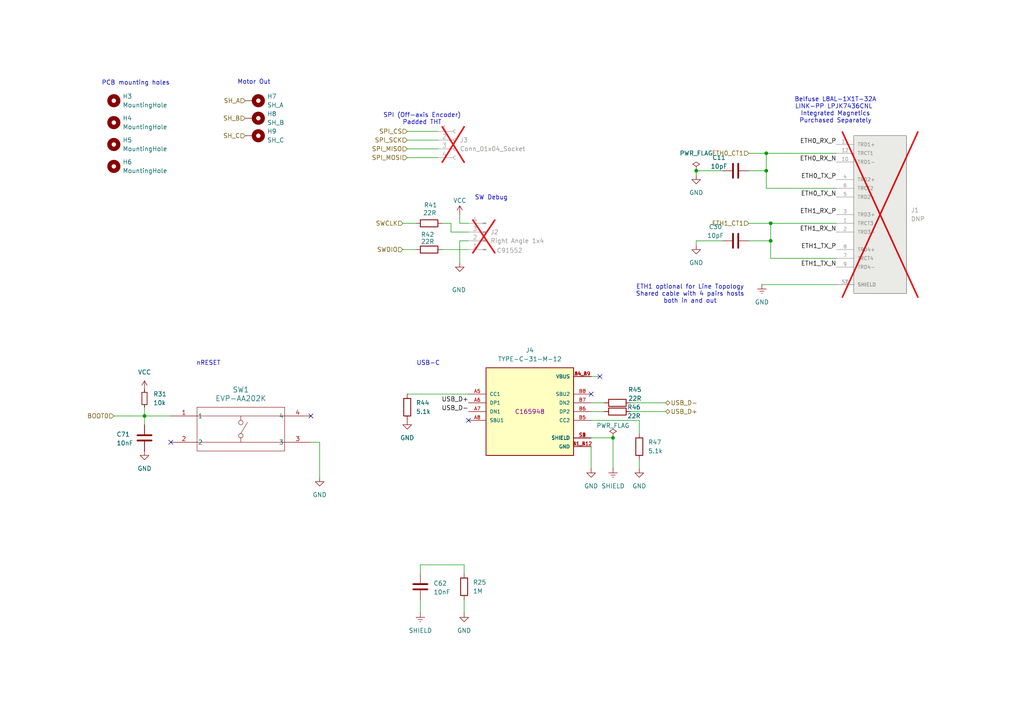
<source format=kicad_sch>
(kicad_sch (version 20231120) (generator "eeschema") (generator_version "8.0")
  (paper "A4")
  (lib_symbols
    (symbol "2024-07-26_04-43-59:EVP-AA202K" (pin_names (offset 0.254))
      (property "Reference" "SW" (at 20.32 7.62 0))
      (property "Value" "EVP-AA202K" (at 20.32 5.08 0))
      (symbol "EVP-AA202K_0_1"
        (polyline (pts (xy 7.62 -10.16) (xy 33.02 -10.16)) (stroke (width 0.127)))
        (polyline (pts (xy 7.62 0) (xy 33.02 0)) (stroke (width 0.127)))
        (polyline (pts (xy 7.62 2.54) (xy 7.62 -10.16)) (stroke (width 0.127)))
        (polyline (pts (xy 20.32 -7.62) (xy 20.32 -6.35)) (stroke (width 0.127)))
        (polyline (pts (xy 20.32 -5.08) (xy 22.225 -1.905)) (stroke (width 0.127)))
        (polyline (pts (xy 20.32 0) (xy 20.32 -1.27)) (stroke (width 0.127)))
        (polyline (pts (xy 33.02 -10.16) (xy 33.02 2.54)) (stroke (width 0.127)))
        (polyline (pts (xy 33.02 -7.62) (xy 7.62 -7.62)) (stroke (width 0.127)))
        (polyline (pts (xy 33.02 2.54) (xy 7.62 2.54)) (stroke (width 0.127)))
        (circle (center 20.32 -5.715) (radius 0.635) (stroke (width 0.127)))
        (circle (center 20.32 -1.905) (radius 0.635) (stroke (width 0.127)))
      )
      (symbol "EVP-AA202K_1_1"
        (pin passive line (at 0 0 0) (length 7.62) (name "1") (number "1"))
        (pin passive line (at 0 -7.62 0) (length 7.62) (name "2") (number "2"))
        (pin passive line (at 40.64 -7.62 180) (length 7.62) (name "3") (number "3"))
        (pin passive line (at 40.64 0 180) (length 7.62) (name "4") (number "4"))
      )
    )
    (symbol "Connector:Conn_01x04_Pin" (pin_names (offset 1.016) hide)
      (property "Reference" "J" (at 0 5.08 0))
      (property "Value" "Conn_01x04_Pin" (at 0 -7.62 0))
      (symbol "Conn_01x04_Pin_1_1"
        (polyline (pts (xy 1.27 -5.08) (xy 0.8636 -5.08)) (stroke (width 0.1524)))
        (polyline (pts (xy 1.27 -2.54) (xy 0.8636 -2.54)) (stroke (width 0.1524)))
        (polyline (pts (xy 1.27 0) (xy 0.8636 0)) (stroke (width 0.1524)))
        (polyline (pts (xy 1.27 2.54) (xy 0.8636 2.54)) (stroke (width 0.1524)))
        (rectangle (start 0.8636 -4.953) (end 0 -5.207) (stroke (width 0.1524)) (fill (type outline)))
        (rectangle (start 0.8636 -2.413) (end 0 -2.667) (stroke (width 0.1524)) (fill (type outline)))
        (rectangle (start 0.8636 0.127) (end 0 -0.127) (stroke (width 0.1524)) (fill (type outline)))
        (rectangle (start 0.8636 2.667) (end 0 2.413) (stroke (width 0.1524)) (fill (type outline)))
        (pin passive line (at 5.08 2.54 180) (length 3.81) (name "Pin_1") (number "1"))
        (pin passive line (at 5.08 0 180) (length 3.81) (name "Pin_2") (number "2"))
        (pin passive line (at 5.08 -2.54 180) (length 3.81) (name "Pin_3") (number "3"))
        (pin passive line (at 5.08 -5.08 180) (length 3.81) (name "Pin_4") (number "4"))
      )
    )
    (symbol "Connector:Conn_01x04_Socket" (pin_names (offset 1.016) hide)
      (property "Reference" "J" (at 0 5.08 0))
      (property "Value" "Conn_01x04_Socket" (at 0 -7.62 0))
      (symbol "Conn_01x04_Socket_1_1"
        (arc (start 0 -4.572) (mid -0.5058 -5.08) (end 0 -5.588) (stroke (width 0.1524)))
        (arc (start 0 -2.032) (mid -0.5058 -2.54) (end 0 -3.048) (stroke (width 0.1524)))
        (polyline (pts (xy -1.27 -5.08) (xy -0.508 -5.08)) (stroke (width 0.1524)))
        (polyline (pts (xy -1.27 -2.54) (xy -0.508 -2.54)) (stroke (width 0.1524)))
        (polyline (pts (xy -1.27 0) (xy -0.508 0)) (stroke (width 0.1524)))
        (polyline (pts (xy -1.27 2.54) (xy -0.508 2.54)) (stroke (width 0.1524)))
        (arc (start 0 0.508) (mid -0.5058 0) (end 0 -0.508) (stroke (width 0.1524)))
        (arc (start 0 3.048) (mid -0.5058 2.54) (end 0 2.032) (stroke (width 0.1524)))
        (pin passive line (at -5.08 2.54 0) (length 3.81) (name "Pin_1") (number "1"))
        (pin passive line (at -5.08 0 0) (length 3.81) (name "Pin_2") (number "2"))
        (pin passive line (at -5.08 -2.54 0) (length 3.81) (name "Pin_3") (number "3"))
        (pin passive line (at -5.08 -5.08 0) (length 3.81) (name "Pin_4") (number "4"))
      )
    )
    (symbol "Device:C" (pin_numbers hide) (pin_names (offset 0.254))
      (property "Reference" "C" (at 0.635 2.54 0))
      (property "Value" "C" (at 0.635 -2.54 0))
      (symbol "C_0_1"
        (polyline (pts (xy -2.032 -0.762) (xy 2.032 -0.762)) (stroke (width 0.508)))
        (polyline (pts (xy -2.032 0.762) (xy 2.032 0.762)) (stroke (width 0.508)))
      )
      (symbol "C_1_1"
        (pin passive line (at 0 3.81 270) (length 2.794) (name "~") (number "1"))
        (pin passive line (at 0 -3.81 90) (length 2.794) (name "~") (number "2"))
      )
    )
    (symbol "Device:R" (pin_numbers hide) (pin_names (offset 0))
      (property "Reference" "R" (at 2.032 0 90))
      (property "Value" "R" (at 0 0 90))
      (symbol "R_0_1"
        (rectangle (start -1.016 -2.54) (end 1.016 2.54) (stroke (width 0.254)))
      )
      (symbol "R_1_1"
        (pin passive line (at 0 3.81 270) (length 1.27) (name "~") (number "1"))
        (pin passive line (at 0 -3.81 90) (length 1.27) (name "~") (number "2"))
      )
    )
    (symbol "Device:R_Small" (pin_numbers hide) (pin_names (offset 0.254) hide)
      (property "Reference" "R" (at 0.762 0.508 0))
      (property "Value" "R_Small" (at 0.762 -1.016 0))
      (symbol "R_Small_0_1"
        (rectangle (start -0.762 1.778) (end 0.762 -1.778) (stroke (width 0.2032)))
      )
      (symbol "R_Small_1_1"
        (pin passive line (at 0 2.54 270) (length 0.762) (name "~") (number "1"))
        (pin passive line (at 0 -2.54 90) (length 0.762) (name "~") (number "2"))
      )
    )
    (symbol "L8AL-1X1T-32A:L8AL-1X1T-32A" (pin_names (offset 1.016))
      (property "Reference" "J" (at -7.62 24.13 0))
      (property "Value" "L8AL-1X1T-32A" (at -7.62 -24.13 0))
      (symbol "L8AL-1X1T-32A_0_0"
        (rectangle (start -7.62 -22.86) (end 7.62 22.86) (stroke (width 0.254)) (fill (type background)))
        (pin passive line (at -12.7 -2.54 0) (length 5.08) (name "TRCT3") (number "1"))
        (pin passive line (at -12.7 15.24 0) (length 5.08) (name "TRD1-") (number "10"))
        (pin passive line (at -12.7 20.32 0) (length 5.08) (name "TRD1+") (number "11"))
        (pin passive line (at -12.7 17.78 0) (length 5.08) (name "TRCT1") (number "12"))
        (pin passive line (at -12.7 -5.08 0) (length 5.08) (name "TRD3-") (number "2"))
        (pin passive line (at -12.7 0 0) (length 5.08) (name "TRD3+") (number "3"))
        (pin passive line (at -12.7 10.16 0) (length 5.08) (name "TRD2+") (number "4"))
        (pin passive line (at -12.7 5.08 0) (length 5.08) (name "TRD2-") (number "5"))
        (pin passive line (at -12.7 7.62 0) (length 5.08) (name "TRCT2") (number "6"))
        (pin passive line (at -12.7 -12.7 0) (length 5.08) (name "TRCT4") (number "7"))
        (pin passive line (at -12.7 -10.16 0) (length 5.08) (name "TRD4+") (number "8"))
        (pin passive line (at -12.7 -15.24 0) (length 5.08) (name "TRD4-") (number "9"))
        (pin passive line (at -12.7 -20.32 0) (length 5.08) (name "SHIELD") (number "S1"))
        (pin passive line (at -12.7 -20.32 0) (length 5.08) (name "SHIELD") (number "S2"))
      )
    )
    (symbol "Mechanical:MountingHole" (pin_names (offset 1.016)) (exclude_from_sim yes) (in_bom no)
      (property "Reference" "H" (at 0 5.08 0))
      (property "Value" "MountingHole" (at 0 3.175 0))
      (symbol "MountingHole_0_1"
        (circle (center 0 0) (radius 1.27) (stroke (width 1.27)))
      )
    )
    (symbol "Mechanical:MountingHole_Pad" (pin_numbers hide) (pin_names (offset 1.016) hide) (exclude_from_sim yes) (in_bom no)
      (property "Reference" "H" (at 0 6.35 0))
      (property "Value" "MountingHole_Pad" (at 0 4.445 0))
      (symbol "MountingHole_Pad_0_1"
        (circle (center 0 1.27) (radius 1.27) (stroke (width 1.27)))
      )
      (symbol "MountingHole_Pad_1_1"
        (pin input line (at 0 -2.54 90) (length 2.54) (name "1") (number "1"))
      )
    )
    (symbol "TYPE-C-31-M-12:TYPE-C-31-M-12" (pin_names (offset 1.016))
      (property "Reference" "J" (at -12.7 13.462 0))
      (property "Value" "TYPE-C-31-M-12" (at -12.7 -13.462 0))
      (symbol "TYPE-C-31-M-12_0_0"
        (rectangle (start -12.7 -12.7) (end 12.7 12.7) (stroke (width 0.254)) (fill (type background)))
        (pin power_in line (at 17.78 -10.16 180) (length 5.08) (name "GND") (number "A1_B12"))
        (pin power_in line (at 17.78 10.16 180) (length 5.08) (name "VBUS") (number "A4_B9"))
        (pin bidirectional line (at -17.78 5.08 0) (length 5.08) (name "CC1") (number "A5"))
        (pin bidirectional line (at -17.78 2.54 0) (length 5.08) (name "DP1") (number "A6"))
        (pin bidirectional line (at -17.78 0 0) (length 5.08) (name "DN1") (number "A7"))
        (pin bidirectional line (at -17.78 -2.54 0) (length 5.08) (name "SBU1") (number "A8"))
        (pin power_in line (at 17.78 -10.16 180) (length 5.08) (name "GND") (number "B1_A12"))
        (pin power_in line (at 17.78 10.16 180) (length 5.08) (name "VBUS") (number "B4_A9"))
        (pin bidirectional line (at 17.78 -2.54 180) (length 5.08) (name "CC2") (number "B5"))
        (pin bidirectional line (at 17.78 0 180) (length 5.08) (name "DP2") (number "B6"))
        (pin bidirectional line (at 17.78 2.54 180) (length 5.08) (name "DN2") (number "B7"))
        (pin bidirectional line (at 17.78 5.08 180) (length 5.08) (name "SBU2") (number "B8"))
        (pin passive line (at 17.78 -7.62 180) (length 5.08) (name "SHIELD") (number "S1"))
        (pin passive line (at 17.78 -7.62 180) (length 5.08) (name "SHIELD") (number "S2"))
        (pin passive line (at 17.78 -7.62 180) (length 5.08) (name "SHIELD") (number "S3"))
        (pin passive line (at 17.78 -7.62 180) (length 5.08) (name "SHIELD") (number "S4"))
      )
    )
    (symbol "power:Earth" (power) (pin_numbers hide) (pin_names (offset 0) hide)
      (property "Value" "Earth" (at 0 -3.81 0))
      (symbol "Earth_0_1"
        (polyline (pts (xy -0.635 -1.905) (xy 0.635 -1.905)))
        (polyline (pts (xy -0.127 -2.54) (xy 0.127 -2.54)))
        (polyline (pts (xy 0 -1.27) (xy 0 0)))
        (polyline (pts (xy 1.27 -1.27) (xy -1.27 -1.27)))
      )
      (symbol "Earth_1_1"
        (pin power_in line (at 0 0 270) (length 0) (name "~") (number "1"))
      )
    )
    (symbol "power:GND" (power) (pin_numbers hide) (pin_names (offset 0) hide)
      (property "Value" "GND" (at 0 -3.81 0))
      (symbol "GND_0_1"
        (polyline (pts (xy 0 0) (xy 0 -1.27) (xy 1.27 -1.27) (xy 0 -2.54) (xy -1.27 -1.27) (xy 0 -1.27)))
      )
      (symbol "GND_1_1"
        (pin power_in line (at 0 0 270) (length 0) (name "~") (number "1"))
      )
    )
    (symbol "power:PWR_FLAG" (power) (pin_numbers hide) (pin_names (offset 0) hide)
      (property "Value" "PWR_FLAG" (at 0 3.81 0))
      (symbol "PWR_FLAG_0_0"
        (pin power_out line (at 0 0 90) (length 0) (name "~") (number "1"))
      )
      (symbol "PWR_FLAG_0_1"
        (polyline (pts (xy 0 0) (xy 0 1.27) (xy -1.016 1.905) (xy 0 2.54) (xy 1.016 1.905) (xy 0 1.27)))
      )
    )
    (symbol "power:VCC" (power) (pin_numbers hide) (pin_names (offset 0) hide)
      (property "Value" "VCC" (at 0 3.556 0))
      (symbol "VCC_0_1"
        (polyline (pts (xy -0.762 1.27) (xy 0 2.54)))
        (polyline (pts (xy 0 0) (xy 0 2.54)))
        (polyline (pts (xy 0 2.54) (xy 0.762 1.27)))
      )
      (symbol "VCC_1_1"
        (pin power_in line (at 0 0 90) (length 0) (name "~") (number "1"))
      )
    )
  )
  (junction (at 201.93 49.53))
  (junction (at 223.52 64.77))
  (junction (at 222.25 49.53))
  (junction (at 177.8 127))
  (junction (at 41.91 120.65))
  (junction (at 222.25 44.45))
  (junction (at 223.52 69.85))
  (no_connect (at 173.99 109.22))
  (no_connect (at 135.89 121.92))
  (no_connect (at 90.17 120.65))
  (no_connect (at 49.53 128.27))
  (no_connect (at 171.45 114.3))
  (wire (pts (xy 121.92 166.37) (xy 121.92 163.83)))
  (wire (pts (xy 118.11 40.64) (xy 127 40.64)))
  (wire (pts (xy 223.52 69.85) (xy 223.52 74.93)))
  (wire (pts (xy 171.45 121.92) (xy 185.42 121.92)))
  (wire (pts (xy 222.25 49.53) (xy 222.25 54.61)))
  (wire (pts (xy 41.91 120.65) (xy 49.53 120.65)))
  (wire (pts (xy 220.98 82.55) (xy 242.57 82.55)))
  (wire (pts (xy 121.92 163.83) (xy 134.62 163.83)))
  (wire (pts (xy 134.62 163.83) (xy 134.62 166.37)))
  (wire (pts (xy 135.89 69.85) (xy 133.35 69.85)))
  (wire (pts (xy 118.11 38.1) (xy 127 38.1)))
  (wire (pts (xy 173.99 109.22) (xy 171.45 109.22)))
  (wire (pts (xy 185.42 121.92) (xy 185.42 125.73)))
  (wire (pts (xy 128.27 72.39) (xy 135.89 72.39)))
  (wire (pts (xy 201.93 49.53) (xy 209.55 49.53)))
  (wire (pts (xy 116.84 72.39) (xy 120.65 72.39)))
  (wire (pts (xy 33.02 120.65) (xy 41.91 120.65)))
  (wire (pts (xy 116.84 64.77) (xy 120.65 64.77)))
  (wire (pts (xy 182.88 116.84) (xy 193.04 116.84)))
  (wire (pts (xy 92.71 128.27) (xy 92.71 138.43)))
  (wire (pts (xy 217.17 44.45) (xy 222.25 44.45)))
  (wire (pts (xy 222.25 44.45) (xy 242.57 44.45)))
  (wire (pts (xy 41.91 118.11) (xy 41.91 120.65)))
  (wire (pts (xy 135.89 67.31) (xy 130.81 67.31)))
  (wire (pts (xy 201.93 69.85) (xy 209.55 69.85)))
  (wire (pts (xy 118.11 45.72) (xy 127 45.72)))
  (wire (pts (xy 201.93 50.8) (xy 201.93 49.53)))
  (wire (pts (xy 133.35 64.77) (xy 135.89 64.77)))
  (wire (pts (xy 130.81 67.31) (xy 130.81 64.77)))
  (wire (pts (xy 128.27 64.77) (xy 130.81 64.77)))
  (wire (pts (xy 217.17 69.85) (xy 223.52 69.85)))
  (wire (pts (xy 41.91 120.65) (xy 41.91 123.19)))
  (wire (pts (xy 182.88 119.38) (xy 193.04 119.38)))
  (wire (pts (xy 171.45 127) (xy 177.8 127)))
  (wire (pts (xy 118.11 43.18) (xy 127 43.18)))
  (wire (pts (xy 217.17 49.53) (xy 222.25 49.53)))
  (wire (pts (xy 222.25 44.45) (xy 222.25 49.53)))
  (wire (pts (xy 223.52 74.93) (xy 242.57 74.93)))
  (wire (pts (xy 223.52 64.77) (xy 223.52 69.85)))
  (wire (pts (xy 90.17 128.27) (xy 92.71 128.27)))
  (wire (pts (xy 223.52 64.77) (xy 242.57 64.77)))
  (wire (pts (xy 121.92 173.99) (xy 121.92 177.8)))
  (wire (pts (xy 175.26 119.38) (xy 171.45 119.38)))
  (wire (pts (xy 217.17 64.77) (xy 223.52 64.77)))
  (wire (pts (xy 177.8 127) (xy 177.8 135.89)))
  (wire (pts (xy 201.93 71.12) (xy 201.93 69.85)))
  (wire (pts (xy 133.35 62.23) (xy 133.35 64.77)))
  (wire (pts (xy 185.42 135.89) (xy 185.42 133.35)))
  (wire (pts (xy 171.45 129.54) (xy 171.45 135.89)))
  (wire (pts (xy 133.35 69.85) (xy 133.35 76.2)))
  (wire (pts (xy 222.25 54.61) (xy 242.57 54.61)))
  (wire (pts (xy 175.26 116.84) (xy 171.45 116.84)))
  (wire (pts (xy 118.11 114.3) (xy 135.89 114.3)))
  (wire (pts (xy 134.62 173.99) (xy 134.62 177.8)))
  (text "SPI (Off-axis Encoder)\nPadded THT" (at 122.428 34.544 0) (effects (font (size 1.27 1.27))))
  (text "Motor Out" (at 73.66 23.876 0) (effects (font (size 1.27 1.27))))
  (text "Belfuse L8AL-1X1T-32A\nLINK-PP LPJK7436CNL \nIntegrated Magnetics\nPurchased Separately" (at 242.316 32.004 0) (effects (font (size 1.27 1.27))))
  (text "ETH1 optional for Line Topology\nShared cable with 4 pairs hosts\nboth in and out" (at 200.152 85.344 0) (effects (font (size 1.27 1.27))))
  (text "nRESET" (at 60.452 105.41 0) (effects (font (size 1.27 1.27))))
  (text "USB-C" (at 124.206 105.41 0) (effects (font (size 1.27 1.27))))
  (text "PCB mounting holes" (at 39.37 24.13 0) (effects (font (size 1.27 1.27))))
  (text "SW Debug" (at 142.494 57.404 0) (effects (font (size 1.27 1.27))))
  (label "ETH1_RX_P" (at 242.57 62.23 180))
  (label "USB_D-" (at 135.89 119.38 180))
  (label "ETH0_RX_N" (at 242.57 46.99 180))
  (label "ETH0_TX_P" (at 242.57 52.07 180))
  (label "ETH1_RX_N" (at 242.57 67.31 180))
  (label "ETH0_RX_P" (at 242.57 41.91 180))
  (label "ETH1_TX_P" (at 242.57 72.39 180))
  (label "ETH0_TX_N" (at 242.57 57.15 180))
  (label "USB_D+" (at 135.89 116.84 180))
  (label "ETH1_TX_N" (at 242.57 77.47 180))
  (hierarchical_label "USB_D+" (shape bidirectional) (at 193.04 119.38 0))
  (hierarchical_label "SH_C" (shape input) (at 71.12 39.37 180))
  (hierarchical_label "SH_A" (shape input) (at 71.12 29.21 180))
  (hierarchical_label "ETH0_CT1" (shape input) (at 217.17 44.45 180))
  (hierarchical_label "SWCLK" (shape input) (at 116.84 64.77 180))
  (hierarchical_label "SH_B" (shape input) (at 71.12 34.29 180))
  (hierarchical_label "BOOT0" (shape input) (at 33.02 120.65 180))
  (hierarchical_label "SPI_MOSI" (shape input) (at 118.11 45.72 180))
  (hierarchical_label "ETH1_CT1" (shape input) (at 217.17 64.77 180))
  (hierarchical_label "SPI_MISO" (shape input) (at 118.11 43.18 180))
  (hierarchical_label "SWDIO" (shape input) (at 116.84 72.39 180))
  (hierarchical_label "SPI_SCK" (shape input) (at 118.11 40.64 180))
  (hierarchical_label "USB_D-" (shape bidirectional) (at 193.04 116.84 0))
  (hierarchical_label "SPI_CS" (shape input) (at 118.11 38.1 180))
  (symbol (lib_id "power:GND") (at 133.35 76.2 0) (unit 1)
    (property "Reference" "#PWR0108" (effects (hide yes)))
    (property "Value" "GND" (at 133.096 84.074 0))
  )
  (symbol (lib_id "power:GND") (at 118.11 121.92 0) (unit 1)
    (property "Reference" "#PWR0114" (effects (hide yes)))
    (property "Value" "GND" (at 118.11 127 0))
    (property "Description" "Power symbol creates a global label with name \"GND\" , ground" (effects (hide yes)))
  )
  (symbol (lib_id "power:GND") (at 171.45 135.89 0) (unit 1)
    (property "Reference" "#PWR0115" (effects (hide yes)))
    (property "Value" "GND" (at 171.45 140.97 0))
    (property "Description" "Power symbol creates a global label with name \"GND\" , ground" (effects (hide yes)))
  )
  (symbol (lib_id "power:GND") (at 92.71 138.43 0) (unit 1)
    (property "Reference" "#PWR081" (effects (hide yes)))
    (property "Value" "GND" (at 92.71 143.51 0))
    (property "Description" "Power symbol creates a global label with name \"GND\" , ground" (effects (hide yes)))
  )
  (symbol (lib_id "Mechanical:MountingHole_Pad") (at 73.66 29.21 270) (unit 1) (exclude_from_sim yes) (in_bom no)
    (property "Reference" "H7" (at 77.47 27.9399 90) (effects (justify left)))
    (property "Value" "SH_A" (at 77.47 30.4799 90) (effects (justify left)))
    (property "Footprint" "MountingHole:MountingHole_2.2mm_M2_Pad" (effects (hide yes)))
    (property "Description" "Mounting Hole with connection" (effects (hide yes)))
  )
  (symbol (lib_id "TYPE-C-31-M-12:TYPE-C-31-M-12") (at 153.67 119.38 0) (unit 1)
    (property "Reference" "J4" (at 153.67 101.6 0))
    (property "Value" "TYPE-C-31-M-12" (at 153.67 104.14 0))
    (property "Footprint" "footprints:HRO_TYPE-C-31-M-12" (effects (hide yes)))
    (property "MF" "HRO Electronics Co., Ltd." (effects (hide yes)))
    (property "MAXIMUM_PACKAGE_HEIGHT" "3.26 mm" (effects (hide yes)))
    (property "Package" "Package" (effects (hide yes)))
    (property "Price" "None" (effects (hide yes)))
    (property "Check_prices" "https://www.snapeda.com/parts/TYPE-C-31-M-12/HRO+Electronics+Co.%252C+Ltd./view-part/?ref=eda" (effects (hide yes)))
    (property "STANDARD" "Manufacturer Recommendations" (effects (hide yes)))
    (property "PARTREV" "2020.12.08" (effects (hide yes)))
    (property "SnapEDA_Link" "https://www.snapeda.com/parts/TYPE-C-31-M-12/HRO+Electronics+Co.%252C+Ltd./view-part/?ref=snap" (effects (hide yes)))
    (property "MP" "TYPE-C-31-M-12" (effects (hide yes)))
    (property "Description_1" "\nUSB Connectors 24 Receptacle 1 8.94*7.3mm RoHS\n" (effects (hide yes)))
    (property "SNAPEDA_PN" "TYPE-C-31-M-12" (effects (hide yes)))
    (property "Availability" "Not in stock" (effects (hide yes)))
    (property "MANUFACTURER" "HRO Electronics Co., Ltd." (effects (hide yes)))
    (property "LCSC Part #" "C165948" (at 153.67 119.38 0))
  )
  (symbol (lib_id "power:VCC") (at 133.35 62.23 0) (unit 1)
    (property "Reference" "#PWR0107" (effects (hide yes)))
    (property "Value" "VCC" (at 133.35 58.166 0))
  )
  (symbol (lib_id "power:Earth") (at 121.92 177.8 0) (unit 1)
    (property "Reference" "#PWR068" (effects (hide yes)))
    (property "Value" "SHIELD" (at 121.92 182.88 0))
    (property "Description" "Power symbol creates a global label with name \"Earth\"" (effects (hide yes)))
  )
  (symbol (lib_id "Device:R") (at 179.07 116.84 90) (unit 1)
    (property "Reference" "R45" (at 184.15 113.03 90))
    (property "Value" "22R" (at 184.15 115.57 90))
    (property "Footprint" "Resistor_SMD:R_0402_1005Metric" (effects (hide yes)))
    (property "Description" "Resistor" (effects (hide yes)))
    (property "LCSC Part #" "C107701" (effects (hide yes)))
  )
  (symbol (lib_id "2024-07-26_04-43-59:EVP-AA202K") (at 49.53 120.65 0) (unit 1)
    (property "Reference" "SW1" (at 69.85 113.03 0) (effects (font (size 1.524 1.524))))
    (property "Value" "EVP-AA202K" (at 69.85 115.57 0) (effects (font (size 1.524 1.524))))
    (property "Footprint" "footprints:SW_EVP-AA102K_PAN" (effects (hide yes)))
    (property "Datasheet" "EVP-AA202K" (effects (hide yes)))
  )
  (symbol (lib_id "Device:R") (at 118.11 118.11 0) (unit 1)
    (property "Reference" "R44" (at 120.65 116.8399 0) (effects (justify left)))
    (property "Value" "5.1k" (at 120.65 119.3799 0) (effects (justify left)))
    (property "Footprint" "Resistor_SMD:R_0603_1608Metric" (effects (hide yes)))
    (property "Description" "Resistor" (effects (hide yes)))
  )
  (symbol (lib_id "power:VCC") (at 41.91 113.03 0) (unit 1)
    (property "Reference" "#PWR079" (effects (hide yes)))
    (property "Value" "VCC" (at 41.91 107.95 0))
    (property "Description" "Power symbol creates a global label with name \"VCC\"" (effects (hide yes)))
  )
  (symbol (lib_id "power:GND") (at 201.93 50.8 0) (unit 1)
    (property "Reference" "#PWR036" (effects (hide yes)))
    (property "Value" "GND" (at 201.93 55.88 0))
    (property "Description" "Power symbol creates a global label with name \"GND\" , ground" (effects (hide yes)))
  )
  (symbol (lib_id "power:GND") (at 201.93 71.12 0) (unit 1)
    (property "Reference" "#PWR056" (effects (hide yes)))
    (property "Value" "GND" (at 201.93 76.2 0))
    (property "Description" "Power symbol creates a global label with name \"GND\" , ground" (effects (hide yes)))
  )
  (symbol (lib_id "Device:C") (at 41.91 127 0) (unit 1)
    (property "Reference" "C71" (at 33.782 125.984 0) (effects (justify left)))
    (property "Value" "10nF" (at 33.782 128.524 0) (effects (justify left)))
    (property "Footprint" "Capacitor_SMD:C_0402_1005Metric" (effects (hide yes)))
    (property "Description" "Unpolarized capacitor" (effects (hide yes)))
    (property "LCSC Part #" " C77013" (effects (hide yes)))
  )
  (symbol (lib_id "Mechanical:MountingHole") (at 33.02 41.91 0) (unit 1) (exclude_from_sim yes) (in_bom no)
    (property "Reference" "H5" (at 35.56 40.6399 0) (effects (justify left)))
    (property "Value" "MountingHole" (at 35.56 43.1799 0) (effects (justify left)))
    (property "Footprint" "MountingHole:MountingHole_2.2mm_M2" (effects (hide yes)))
    (property "Description" "Mounting Hole without connection" (effects (hide yes)))
  )
  (symbol (lib_id "Mechanical:MountingHole") (at 33.02 35.56 0) (unit 1) (exclude_from_sim yes) (in_bom no)
    (property "Reference" "H4" (at 35.56 34.2899 0) (effects (justify left)))
    (property "Value" "MountingHole" (at 35.56 36.8299 0) (effects (justify left)))
    (property "Footprint" "MountingHole:MountingHole_2.2mm_M2" (effects (hide yes)))
    (property "Description" "Mounting Hole without connection" (effects (hide yes)))
  )
  (symbol (lib_id "L8AL-1X1T-32A:L8AL-1X1T-32A") (at 255.27 62.23 0) (unit 1) (dnp yes)
    (property "Reference" "J1" (at 264.16 60.9599 0) (effects (justify left)))
    (property "Value" "DNP" (at 264.16 63.4999 0) (effects (justify left)))
    (property "Footprint" "RJ45:BEL_L8AL-1X1T-32A" (effects (hide yes)))
    (property "MF" "Bel Magnetic Solutions" (effects (hide yes)))
    (property "MAXIMUM_PACKAGE_HEIGHT" "13.22 mm" (effects (hide yes)))
    (property "Package" "None" (effects (hide yes)))
    (property "Price" "None" (effects (hide yes)))
    (property "Check_prices" "https://www.snapeda.com/parts/L8AL-1X1T-32A/Bel+Magnetic+Solutions/view-part/?ref=eda" (effects (hide yes)))
    (property "STANDARD" "Manufacturer Recommendations" (effects (hide yes)))
    (property "PARTREV" "A" (effects (hide yes)))
    (property "SnapEDA_Link" "https://www.snapeda.com/parts/L8AL-1X1T-32A/Bel+Magnetic+Solutions/view-part/?ref=snap" (effects (hide yes)))
    (property "MP" "L8AL-1X1T-32A" (effects (hide yes)))
    (property "Description_1" "\nMagJack 1000BASE-T | 1X1 | -40 to 85ºC | Tab Up | Low Profile | RoHS\n" (effects (hide yes)))
    (property "Availability" "In Stock" (effects (hide yes)))
    (property "MANUFACTURER" "Bel Fuse" (effects (hide yes)))
    (property "PART" "LINK-PP LPJK7436CNL " (effects (hide yes)))
  )
  (symbol (lib_id "Device:C") (at 121.92 170.18 0) (unit 1)
    (property "Reference" "C62" (at 125.73 169.926 0) (effects (justify left bottom)))
    (property "Value" "10nF" (at 125.73 172.466 0) (effects (justify left bottom)))
    (property "Footprint" "Capacitor_SMD:C_1812_4532Metric" (effects (hide yes)))
    (property "Description" "CAP CER 0.1UF 50V X7R 0603" (effects (hide yes)))
    (property "SUPPLIER 1" "Digi-Key" (effects (hide yes)))
    (property "SUPPLIER PART NUMBER 1" "490-1519-2-ND" (effects (hide yes)))
    (property "MANUFACTURER" "Murata Electronics North America" (effects (hide yes)))
    (property "MANUFACTURER PART NUMBER" "GRM188R71H104KA93D" (effects (hide yes)))
    (property "ROHS" "RoHS Compliant" (effects (hide yes)))
    (property "CATEGORY" "Capacitors" (effects (hide yes)))
    (property "PRICING 1" "4000=0.01822, 8000=0.01663, 12000=0.01584 (USD)" (effects (hide yes)))
    (property "PACKAGING" "Tape & Reel (TR)" (effects (hide yes)))
    (property "CAPACITANCE" "0.1uF" (effects (hide yes)))
    (property "TOLERANCE" "±10%" (effects (hide yes)))
    (property "VOLTAGE - RATED" "50V" (effects (hide yes)))
    (property "TEMPERATURE COEFFICIENT" "X7R" (effects (hide yes)))
    (property "MOUNTING TYPE" "Surface Mount, MLCC" (effects (hide yes)))
    (property "OPERATING TEMPERATURE" "-55°C ~ 125°C" (effects (hide yes)))
    (property "APPLICATIONS" "General Purpose" (effects (hide yes)))
    (property "RATINGS" "-" (effects (hide yes)))
    (property "PACKAGE / CASE" "0603 (1608 Metric)" (effects (hide yes)))
    (property "SIZE / DIMENSION" "0.063\" L x 0.032\" W (1.60mm x 0.80mm)" (effects (hide yes)))
    (property "HEIGHT - SEATED (MAX)" "-" (effects (hide yes)))
    (property "THICKNESS (MAX)" "0.035\" (0.90mm)" (effects (hide yes)))
    (property "LEAD SPACING" "-" (effects (hide yes)))
    (property "FEATURES" "-" (effects (hide yes)))
    (property "LEAD STYLE" "-" (effects (hide yes)))
    (property "COMPONENTLINK1URL" "http://www.murata.com/~/media/webrenewal/support/library/catalog/products/capacitor/mlcc/c02e.ashx?la=en-us" (effects (hide yes)))
    (property "COMPONENTLINK1DESCRIPTION" "http://www.murata.com/~/media/webrenewal/support/library/catalog/products/capacitor/mlcc/c02e.ashx?la=en-us" (effects (hide yes)))
    (property "STOCK" "19812000" (effects (hide yes)))
    (property "PART STATUS" "Active" (effects (hide yes)))
    (property "SUPPLIER 2" "Digi-Key" (effects (hide yes)))
    (property "SUPPLIER PART NUMBER 2" "490-1519-1-ND" (effects (hide yes)))
    (property "PRICING 2" "1=0.12, 10=0.084, 100=0.0396, 500=0.02778, 1000=0.023 (USD)" (effects (hide yes)))
    (property "LCSC Part #" " C574051" (effects (hide yes)))
  )
  (symbol (lib_id "power:PWR_FLAG") (at 177.8 127 0) (unit 1)
    (property "Reference" "#FLG014" (effects (hide yes)))
    (property "Value" "PWR_FLAG" (at 177.8 123.444 0))
    (property "Description" "Special symbol for telling ERC where power comes from" (effects (hide yes)))
  )
  (symbol (lib_id "Mechanical:MountingHole_Pad") (at 73.66 34.29 270) (unit 1) (exclude_from_sim yes) (in_bom no)
    (property "Reference" "H8" (at 77.47 33.0199 90) (effects (justify left)))
    (property "Value" "SH_B" (at 77.47 35.5599 90) (effects (justify left)))
    (property "Footprint" "MountingHole:MountingHole_2.2mm_M2_Pad" (effects (hide yes)))
    (property "Description" "Mounting Hole with connection" (effects (hide yes)))
  )
  (symbol (lib_id "Device:R") (at 185.42 129.54 0) (unit 1)
    (property "Reference" "R47" (at 187.96 128.2699 0) (effects (justify left)))
    (property "Value" "5.1k" (at 187.96 130.8099 0) (effects (justify left)))
    (property "Footprint" "Resistor_SMD:R_0603_1608Metric" (effects (hide yes)))
    (property "Description" "Resistor" (effects (hide yes)))
  )
  (symbol (lib_id "Device:R") (at 124.46 72.39 90) (unit 1)
    (property "Reference" "R42" (at 125.984 67.31 90) (effects (justify left bottom)))
    (property "Value" "22R" (at 125.984 69.342 90) (effects (justify left bottom)))
    (property "Footprint" "Resistor_SMD:R_0603_1608Metric" (effects (hide yes)))
    (property "Description" "RES SMD 22 OHM 1% 1/10W 0603" (effects (hide yes)))
    (property "SUPPLIER 1" "Digi-Key" (effects (hide yes)))
    (property "SUPPLIER PART NUMBER 1" "311-22.0HRCT-ND" (effects (hide yes)))
    (property "MANUFACTURER" "Yageo" (effects (hide yes)))
    (property "MANUFACTURER PART NUMBER" "RC0603FR-0722RL" (effects (hide yes)))
    (property "ROHS" "RoHS Compliant" (effects (hide yes)))
    (property "CATEGORY" "Resistors" (effects (hide yes)))
    (property "STOCK 1" "575303" (effects (hide yes)))
    (property "PRICING 1" "1=0.1, 10=0.014, 25=0.01, 100=0.0057, 250=0.00436, 500=0.00348, 1000=0.00257, 2500=0.00223 (USD)" (effects (hide yes)))
    (property "PACKAGING" "Cut Tape (CT)" (effects (hide yes)))
    (property "RESISTANCE (OHMS)" "22" (effects (hide yes)))
    (property "TOLERANCE" "±1%" (effects (hide yes)))
    (property "POWER (WATTS)" "0.1W, 1/10W" (effects (hide yes)))
    (property "COMPOSITION" "Thick Film" (effects (hide yes)))
    (property "FEATURES" "Moisture Resistant" (effects (hide yes)))
    (property "TEMPERATURE COEFFICIENT" "±100ppm/°C" (effects (hide yes)))
    (property "OPERATING TEMPERATURE" "-55°C ~ 155°C" (effects (hide yes)))
    (property "PACKAGE / CASE" "0603 (1608 Metric)" (effects (hide yes)))
    (property "SUPPLIER DEVICE PACKAGE" "0603" (effects (hide yes)))
    (property "SIZE / DIMENSION" "0.063\" L x 0.031\" W (1.60mm x 0.80mm)" (effects (hide yes)))
    (property "HEIGHT" "0.022\" (0.55mm)" (effects (hide yes)))
    (property "NUMBER OF TERMINATIONS" "2" (effects (hide yes)))
    (property "COMPONENTLINK1URL" "http://www.yageo.com/documents/recent/PYu-RC_Group_51_RoHS_L_04.pdf" (effects (hide yes)))
    (property "COMPONENTLINK1DESCRIPTION" "http://www.yageo.com/documents/recent/PYu-RC_Group_51_RoHS_L_04.pdf" (effects (hide yes)))
  )
  (symbol (lib_id "Device:R") (at 124.46 64.77 270) (unit 1)
    (property "Reference" "R41" (at 122.936 60.198 90) (effects (justify left bottom)))
    (property "Value" "22R" (at 122.682 62.484 90) (effects (justify left bottom)))
    (property "Footprint" "Resistor_SMD:R_0603_1608Metric" (effects (hide yes)))
    (property "Description" "RES SMD 22 OHM 1% 1/10W 0603" (effects (hide yes)))
    (property "SUPPLIER 1" "Digi-Key" (effects (hide yes)))
    (property "SUPPLIER PART NUMBER 1" "311-22.0HRCT-ND" (effects (hide yes)))
    (property "MANUFACTURER" "Yageo" (effects (hide yes)))
    (property "MANUFACTURER PART NUMBER" "RC0603FR-0722RL" (effects (hide yes)))
    (property "ROHS" "RoHS Compliant" (effects (hide yes)))
    (property "CATEGORY" "Resistors" (effects (hide yes)))
    (property "STOCK 1" "575303" (effects (hide yes)))
    (property "PRICING 1" "1=0.1, 10=0.014, 25=0.01, 100=0.0057, 250=0.00436, 500=0.00348, 1000=0.00257, 2500=0.00223 (USD)" (effects (hide yes)))
    (property "PACKAGING" "Cut Tape (CT)" (effects (hide yes)))
    (property "RESISTANCE (OHMS)" "22" (effects (hide yes)))
    (property "TOLERANCE" "±1%" (effects (hide yes)))
    (property "POWER (WATTS)" "0.1W, 1/10W" (effects (hide yes)))
    (property "COMPOSITION" "Thick Film" (effects (hide yes)))
    (property "FEATURES" "Moisture Resistant" (effects (hide yes)))
    (property "TEMPERATURE COEFFICIENT" "±100ppm/°C" (effects (hide yes)))
    (property "OPERATING TEMPERATURE" "-55°C ~ 155°C" (effects (hide yes)))
    (property "PACKAGE / CASE" "0603 (1608 Metric)" (effects (hide yes)))
    (property "SUPPLIER DEVICE PACKAGE" "0603" (effects (hide yes)))
    (property "SIZE / DIMENSION" "0.063\" L x 0.031\" W (1.60mm x 0.80mm)" (effects (hide yes)))
    (property "HEIGHT" "0.022\" (0.55mm)" (effects (hide yes)))
    (property "NUMBER OF TERMINATIONS" "2" (effects (hide yes)))
    (property "COMPONENTLINK1URL" "http://www.yageo.com/documents/recent/PYu-RC_Group_51_RoHS_L_04.pdf" (effects (hide yes)))
    (property "COMPONENTLINK1DESCRIPTION" "http://www.yageo.com/documents/recent/PYu-RC_Group_51_RoHS_L_04.pdf" (effects (hide yes)))
  )
  (symbol (lib_id "power:Earth") (at 220.98 82.55 0) (unit 1)
    (property "Reference" "#PWR057" (effects (hide yes)))
    (property "Value" "GND" (at 220.98 87.63 0))
    (property "Description" "Power symbol creates a global label with name \"Earth\"" (effects (hide yes)))
  )
  (symbol (lib_id "Device:C") (at 213.36 69.85 90) (unit 1)
    (property "Reference" "C30" (at 207.518 65.786 90))
    (property "Value" "10pF" (at 207.518 68.326 90))
    (property "Footprint" "Capacitor_SMD:C_0402_1005Metric" (effects (hide yes)))
    (property "Description" "Unpolarized capacitor" (effects (hide yes)))
    (property "LCSC Part #" " C650948" (effects (hide yes)))
  )
  (symbol (lib_id "power:GND") (at 134.62 177.8 0) (unit 1)
    (property "Reference" "#PWR069" (effects (hide yes)))
    (property "Value" "GND" (at 134.62 182.88 0))
    (property "Description" "Power symbol creates a global label with name \"GND\" , ground" (effects (hide yes)))
  )
  (symbol (lib_id "Device:R") (at 179.07 119.38 90) (unit 1)
    (property "Reference" "R46" (at 183.896 118.11 90))
    (property "Value" "22R" (at 183.896 120.65 90))
    (property "Footprint" "Resistor_SMD:R_0402_1005Metric" (effects (hide yes)))
    (property "Description" "Resistor" (effects (hide yes)))
    (property "LCSC Part #" "C107701" (effects (hide yes)))
  )
  (symbol (lib_id "Connector:Conn_01x04_Pin") (at 140.97 69.85 180) (unit 1) (dnp yes)
    (property "Reference" "J2" (at 142.24 67.3099 0) (effects (justify right)))
    (property "Value" "Right Angle 1x4" (at 142.24 69.8499 0) (effects (justify right)))
    (property "Footprint" "Connector_PinHeader_1.00mm:PinHeader_1x04_P1.00mm_Vertical" (effects (hide yes)))
    (property "Description" "Generic connector, single row, 01x04, script generated" (effects (hide yes)))
    (property "LCSC Part #" " C91552" (at 147.32 72.644 0))
  )
  (symbol (lib_id "Connector:Conn_01x04_Socket") (at 132.08 40.64 0) (unit 1) (dnp yes)
    (property "Reference" "J3" (at 133.35 40.6399 0) (effects (justify left)))
    (property "Value" "Conn_01x04_Socket" (at 133.35 43.1799 0) (effects (justify left)))
    (property "Footprint" "Connector_PinHeader_1.00mm:PinHeader_1x04_P1.00mm_Vertical" (effects (hide yes)))
    (property "Description" "Generic connector, single row, 01x04, script generated" (effects (hide yes)))
  )
  (symbol (lib_id "power:PWR_FLAG") (at 201.93 49.53 0) (unit 1)
    (property "Reference" "#FLG02" (effects (hide yes)))
    (property "Value" "PWR_FLAG" (at 201.93 44.45 0))
    (property "Description" "Special symbol for telling ERC where power comes from" (effects (hide yes)))
  )
  (symbol (lib_id "Mechanical:MountingHole") (at 33.02 48.26 0) (unit 1) (exclude_from_sim yes) (in_bom no)
    (property "Reference" "H6" (at 35.56 46.9899 0) (effects (justify left)))
    (property "Value" "MountingHole" (at 35.56 49.5299 0) (effects (justify left)))
    (property "Footprint" "MountingHole:MountingHole_2.2mm_M2" (effects (hide yes)))
    (property "Description" "Mounting Hole without connection" (effects (hide yes)))
  )
  (symbol (lib_id "Device:C") (at 213.36 49.53 90) (unit 1)
    (property "Reference" "C11" (at 208.534 45.72 90))
    (property "Value" "10pF" (at 208.534 48.26 90))
    (property "Footprint" "Capacitor_SMD:C_0402_1005Metric" (effects (hide yes)))
    (property "Description" "Unpolarized capacitor" (effects (hide yes)))
    (property "LCSC Part #" " C650948" (effects (hide yes)))
  )
  (symbol (lib_id "Device:R") (at 134.62 170.18 0) (unit 1)
    (property "Reference" "R25" (at 137.16 168.9099 0) (effects (justify left)))
    (property "Value" "1M" (at 137.16 171.4499 0) (effects (justify left)))
    (property "Footprint" "Resistor_SMD:R_0402_1005Metric" (effects (hide yes)))
    (property "Description" "Resistor" (effects (hide yes)))
    (property "LCSC Part #" " C279988" (effects (hide yes)))
  )
  (symbol (lib_id "Mechanical:MountingHole_Pad") (at 73.66 39.37 270) (unit 1) (exclude_from_sim yes) (in_bom no)
    (property "Reference" "H9" (at 77.47 38.0999 90) (effects (justify left)))
    (property "Value" "SH_C" (at 77.47 40.6399 90) (effects (justify left)))
    (property "Footprint" "MountingHole:MountingHole_2.2mm_M2_Pad" (effects (hide yes)))
    (property "Description" "Mounting Hole with connection" (effects (hide yes)))
  )
  (symbol (lib_id "power:GND") (at 185.42 135.89 0) (unit 1)
    (property "Reference" "#PWR0117" (effects (hide yes)))
    (property "Value" "GND" (at 185.42 140.97 0))
    (property "Description" "Power symbol creates a global label with name \"GND\" , ground" (effects (hide yes)))
  )
  (symbol (lib_id "Device:R_Small") (at 41.91 115.57 0) (unit 1)
    (property "Reference" "R31" (at 44.45 114.2999 0) (effects (justify left)))
    (property "Value" "10k" (at 44.45 116.8399 0) (effects (justify left)))
    (property "Footprint" "Resistor_SMD:R_0603_1608Metric" (effects (hide yes)))
    (property "Description" "Resistor, small symbol" (effects (hide yes)))
    (property "LCSC Part #" " C25804" (effects (hide yes)))
  )
  (symbol (lib_id "power:Earth") (at 177.8 135.89 0) (unit 1)
    (property "Reference" "#PWR0116" (effects (hide yes)))
    (property "Value" "SHIELD" (at 177.8 140.97 0))
    (property "Description" "Power symbol creates a global label with name \"Earth\"" (effects (hide yes)))
  )
  (symbol (lib_id "Mechanical:MountingHole") (at 33.02 29.21 0) (unit 1) (exclude_from_sim yes) (in_bom no)
    (property "Reference" "H3" (at 35.56 27.9399 0) (effects (justify left)))
    (property "Value" "MountingHole" (at 35.56 30.4799 0) (effects (justify left)))
    (property "Footprint" "MountingHole:MountingHole_2.2mm_M2" (effects (hide yes)))
    (property "Description" "Mounting Hole without connection" (effects (hide yes)))
  )
  (symbol (lib_id "power:GND") (at 41.91 130.81 0) (unit 1)
    (property "Reference" "#PWR080" (effects (hide yes)))
    (property "Value" "GND" (at 41.91 135.89 0))
    (property "Description" "Power symbol creates a global label with name \"GND\" , ground" (effects (hide yes)))
  )
)
</source>
